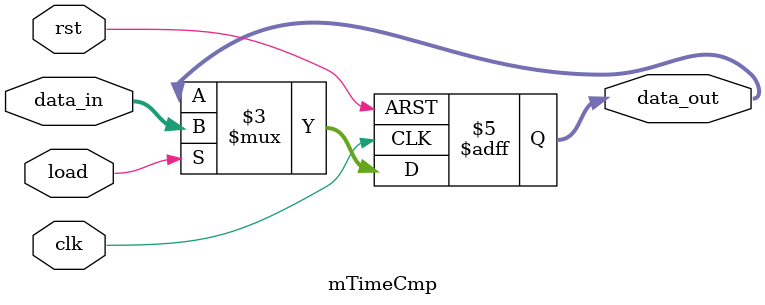
<source format=v>
/*********************************************************
 *
 *  Module: mTimeCmp.v
 *  Project: Hunter_RV32
 *  Author: Ali El-Said (ali.elsaid@aucegypt.edu), Ahmed Wael (awael@aucegypt.edu), Habiba Bassem (habibabassem@aucegypt.edu)
 *  Description: Special Register that gets reset with maximum value it can hold
 *
 *********************************************************/
`timescale 1ns/1ns

module mTimeCmp 
(    
    clk,
    rst,
    load,
    data_in, 
    data_out );

    input clk;
    input rst;
    input load;
    input   [31:0] data_in;
    output  reg [31:0] data_out;
    
    always @ (posedge clk or posedge rst) begin
    
        if(rst)
            data_out <= 32'hffffffff;
        else if (load)
                data_out <= data_in;
            else 
                data_out <= data_out;
    end

endmodule



</source>
